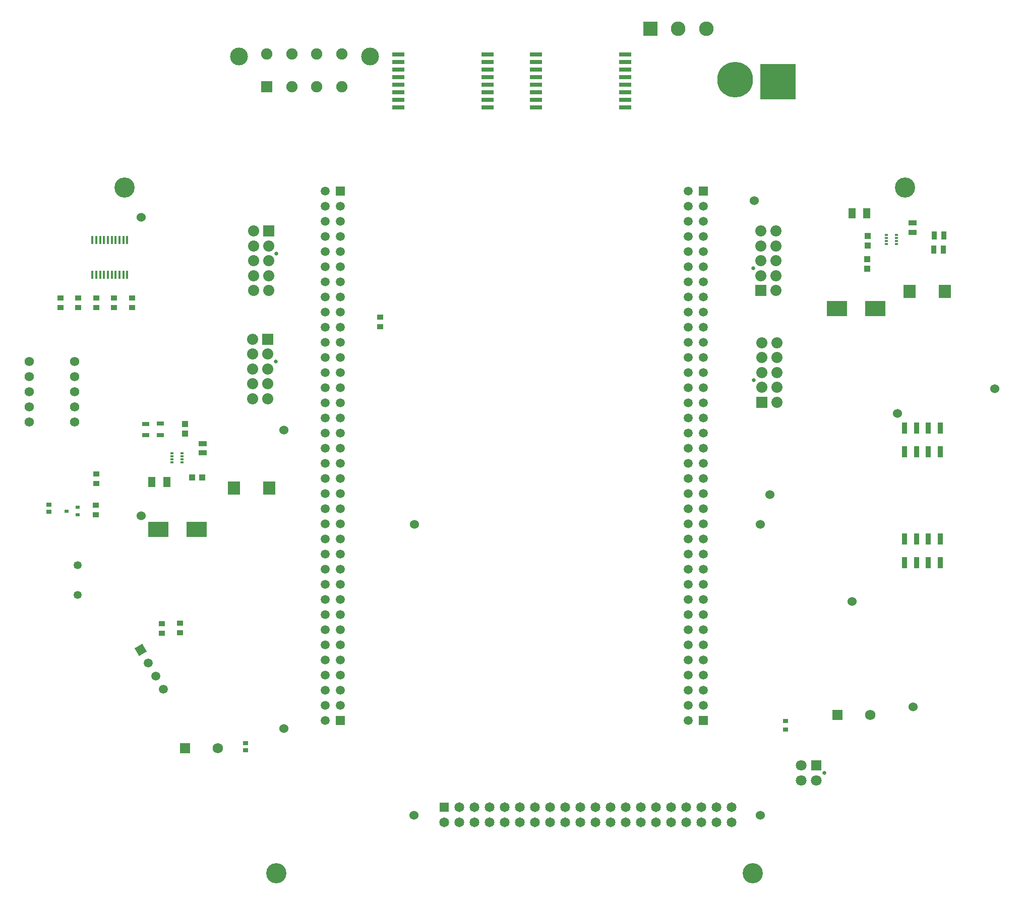
<source format=gbr>
%TF.GenerationSoftware,Altium Limited,Altium Designer,23.6.0 (18)*%
G04 Layer_Color=255*
%FSLAX45Y45*%
%MOMM*%
%TF.SameCoordinates,8B2A78E3-6762-467B-82E4-ABAB87B9FA14*%
%TF.FilePolarity,Positive*%
%TF.FileFunction,Pads,Bot*%
%TF.Part,Single*%
G01*
G75*
%TA.AperFunction,SMDPad,CuDef*%
%ADD11R,0.89000X1.91000*%
%ADD14R,1.13504X1.06213*%
%ADD15R,1.06213X1.13504*%
%ADD19R,1.00000X0.90000*%
%TA.AperFunction,ComponentPad*%
%ADD29C,1.52400*%
%ADD30C,1.65000*%
%ADD31R,1.65000X1.65000*%
%ADD32R,1.75000X1.75000*%
%ADD33C,1.75000*%
%ADD34R,6.00000X6.00000*%
%ADD35C,6.00000*%
%ADD36R,2.45000X2.45000*%
%ADD37C,2.45000*%
%ADD38C,0.67500*%
%ADD39C,1.87500*%
%ADD40R,1.87500X1.87500*%
%ADD41C,3.00000*%
%ADD42C,1.90000*%
%ADD43R,1.90000X1.90000*%
%ADD44C,1.80000*%
%ADD45R,1.80000X1.80000*%
%ADD46C,0.65000*%
%ADD47R,1.50800X1.50800*%
%ADD48C,1.50800*%
%ADD49C,1.35000*%
%ADD50C,1.57500*%
%ADD51C,1.50000*%
%ADD52P,2.12132X4X345.0*%
%TA.AperFunction,ViaPad*%
%ADD53C,1.52400*%
%ADD54C,3.40000*%
%TA.AperFunction,SMDPad,CuDef*%
%ADD57R,0.90000X0.65000*%
%ADD58R,3.50000X2.50000*%
%ADD59R,1.20443X1.70620*%
%ADD60R,2.00000X0.80000*%
%ADD61R,0.47500X0.30000*%
%ADD62R,0.45000X1.47500*%
%ADD63R,0.69500X0.54000*%
%ADD64R,0.90000X0.65000*%
%ADD65R,2.00000X2.20000*%
%ADD66R,2.00000X2.20000*%
%ADD67R,1.30000X0.70000*%
%ADD68R,1.35000X0.95000*%
%ADD69R,0.95000X1.35000*%
D11*
X10160000Y6092500D02*
D03*
Y6493500D02*
D03*
X10360000Y6092500D02*
D03*
Y6493500D02*
D03*
X10560000Y6092500D02*
D03*
Y6493500D02*
D03*
X10760000Y6092500D02*
D03*
Y6493500D02*
D03*
Y8353500D02*
D03*
Y7952500D02*
D03*
X10560000Y8353500D02*
D03*
Y7952500D02*
D03*
X10360000Y8353500D02*
D03*
Y7952500D02*
D03*
X10160000Y8353500D02*
D03*
Y7952500D02*
D03*
D14*
X-1638461Y7522500D02*
D03*
X-1801539D02*
D03*
D15*
X-1920000Y8424039D02*
D03*
Y8260961D02*
D03*
X9537500Y11415961D02*
D03*
Y11579039D02*
D03*
X9532500Y11030961D02*
D03*
Y11194039D02*
D03*
D19*
X-2312500Y5070000D02*
D03*
Y4910000D02*
D03*
X1355000Y10212500D02*
D03*
Y10052500D02*
D03*
X-3425000Y6900000D02*
D03*
Y7060000D02*
D03*
X-2815500Y10536200D02*
D03*
Y10376200D02*
D03*
X-3416500Y10536200D02*
D03*
Y10376200D02*
D03*
X-3717000Y10536200D02*
D03*
Y10376200D02*
D03*
X-4017500Y10536200D02*
D03*
Y10376200D02*
D03*
X-3116000D02*
D03*
Y10536200D02*
D03*
X-3412500Y7425000D02*
D03*
Y7585000D02*
D03*
X-2010000Y5075000D02*
D03*
Y4915000D02*
D03*
D29*
X1931500Y6738000D02*
D03*
X7735400D02*
D03*
Y1848500D02*
D03*
X1918800D02*
D03*
D30*
X7252800Y1734200D02*
D03*
Y1988200D02*
D03*
X6998800Y1734200D02*
D03*
Y1988200D02*
D03*
X6744800Y1734200D02*
D03*
Y1988200D02*
D03*
X6490800Y1734200D02*
D03*
X6236800D02*
D03*
Y1988200D02*
D03*
X5982800Y1734200D02*
D03*
Y1988200D02*
D03*
X5728800Y1734200D02*
D03*
Y1988200D02*
D03*
X5474800Y1734200D02*
D03*
Y1988200D02*
D03*
X5220800Y1734200D02*
D03*
Y1988200D02*
D03*
X4966800Y1734200D02*
D03*
Y1988200D02*
D03*
X4712800Y1734200D02*
D03*
Y1988200D02*
D03*
X4458800Y1734200D02*
D03*
Y1988200D02*
D03*
X4204800Y1734200D02*
D03*
Y1988200D02*
D03*
X3950800Y1734200D02*
D03*
Y1988200D02*
D03*
X3696800Y1734200D02*
D03*
Y1988200D02*
D03*
X3442800Y1734200D02*
D03*
Y1988200D02*
D03*
X3188800Y1734200D02*
D03*
Y1988200D02*
D03*
X2934800Y1734200D02*
D03*
Y1988200D02*
D03*
X2680800Y1734200D02*
D03*
Y1988200D02*
D03*
X2426800Y1734200D02*
D03*
X6490800Y1988200D02*
D03*
D31*
X2426800D02*
D03*
D32*
X9035000Y3540000D02*
D03*
X-1922500Y2975000D02*
D03*
D33*
X9585000Y3540000D02*
D03*
X-1372500Y2975000D02*
D03*
D34*
X8030000Y14172501D02*
D03*
D35*
X7310000Y14203000D02*
D03*
D36*
X5887500Y15062500D02*
D03*
D37*
X6357500D02*
D03*
X6827500D02*
D03*
D38*
X-402500Y9470000D02*
D03*
X-389200Y11287700D02*
D03*
X7631200Y9162100D02*
D03*
X7618500Y11037700D02*
D03*
D39*
X-786500Y8845000D02*
D03*
Y9095000D02*
D03*
Y9345000D02*
D03*
Y9595000D02*
D03*
Y9845000D02*
D03*
X-532500Y8845000D02*
D03*
Y9095000D02*
D03*
Y9345000D02*
D03*
Y9595000D02*
D03*
X-773200Y10662700D02*
D03*
Y10912700D02*
D03*
Y11162700D02*
D03*
Y11412700D02*
D03*
Y11662700D02*
D03*
X-519200Y10662700D02*
D03*
Y10912700D02*
D03*
Y11162700D02*
D03*
Y11412700D02*
D03*
X8015200Y9787100D02*
D03*
Y9537100D02*
D03*
Y9287100D02*
D03*
Y9037100D02*
D03*
Y8787100D02*
D03*
X7761200Y9787100D02*
D03*
Y9537100D02*
D03*
Y9287100D02*
D03*
Y9037100D02*
D03*
X7748500Y10912700D02*
D03*
Y11162700D02*
D03*
Y11412700D02*
D03*
Y11662700D02*
D03*
X8002500Y10662700D02*
D03*
Y10912700D02*
D03*
Y11162700D02*
D03*
Y11412700D02*
D03*
Y11662700D02*
D03*
D40*
X-532500Y9845000D02*
D03*
X-519200Y11662700D02*
D03*
X7761200Y8787100D02*
D03*
X7748500Y10662700D02*
D03*
D41*
X-1020000Y14594000D02*
D03*
X1180000D02*
D03*
D42*
X-130000Y14089999D02*
D03*
X710000D02*
D03*
X290000D02*
D03*
X-550000Y14639999D02*
D03*
X-130000D02*
D03*
X710000D02*
D03*
X290000D02*
D03*
D43*
X-550000Y14089999D02*
D03*
D44*
X8425000Y2440000D02*
D03*
X8675000D02*
D03*
X8425000Y2690000D02*
D03*
D45*
X8675000D02*
D03*
D46*
X8809000Y2565000D02*
D03*
D47*
X6777612Y3439272D02*
D03*
X681612Y3441273D02*
D03*
X6777612Y12329272D02*
D03*
X681612Y12331273D02*
D03*
D48*
X6523612Y3439272D02*
D03*
X6777612Y3693272D02*
D03*
X6523612D02*
D03*
X6777612Y3947272D02*
D03*
X6523612D02*
D03*
X6777612Y4201272D02*
D03*
X6523612D02*
D03*
X6777612Y4455272D02*
D03*
X6523612D02*
D03*
X6777612Y4709272D02*
D03*
X6523612D02*
D03*
X6777612Y4963272D02*
D03*
X6523612D02*
D03*
X6777612Y5217272D02*
D03*
X6523612D02*
D03*
X6777612Y5471272D02*
D03*
X6523612D02*
D03*
X6777612Y5725272D02*
D03*
X6523612D02*
D03*
X6777612Y5979272D02*
D03*
X6523612D02*
D03*
X6777612Y6233272D02*
D03*
X6523612D02*
D03*
X6777612Y6487272D02*
D03*
X6523612D02*
D03*
X6777612Y6741272D02*
D03*
X6523612D02*
D03*
X6777612Y6995272D02*
D03*
X6523612D02*
D03*
X6777612Y7249272D02*
D03*
X6523612D02*
D03*
X6777612Y7503272D02*
D03*
X6523612D02*
D03*
X6777612Y7757272D02*
D03*
X6523612D02*
D03*
X6777612Y8011272D02*
D03*
X6523612D02*
D03*
X6777612Y8265272D02*
D03*
X6523612D02*
D03*
X6777612Y8519272D02*
D03*
X6523612D02*
D03*
X6777612Y8773272D02*
D03*
X6523612D02*
D03*
X6777612Y9027272D02*
D03*
X6523612D02*
D03*
X6777612Y9281272D02*
D03*
X6523612D02*
D03*
X6777612Y9535272D02*
D03*
X6523612D02*
D03*
X6777612Y9789272D02*
D03*
X6523612D02*
D03*
X6777612Y10043272D02*
D03*
X6523612D02*
D03*
X6777612Y10297272D02*
D03*
X6523612D02*
D03*
X6777612Y10551272D02*
D03*
X6523612D02*
D03*
X6777612Y10805272D02*
D03*
X6523612D02*
D03*
X6777612Y11059272D02*
D03*
X6523612D02*
D03*
X6777612Y11313272D02*
D03*
X6523612D02*
D03*
X6777612Y11567272D02*
D03*
X6523612D02*
D03*
X6777612Y11821272D02*
D03*
X6523612D02*
D03*
X6777612Y12075272D02*
D03*
X6523612D02*
D03*
X427612Y3441273D02*
D03*
X6523612Y12329272D02*
D03*
X681612Y3695273D02*
D03*
X427612D02*
D03*
X681612Y3949273D02*
D03*
X427612D02*
D03*
X681612Y4203273D02*
D03*
X427612D02*
D03*
X681612Y4457273D02*
D03*
X427612D02*
D03*
X681612Y4711273D02*
D03*
X427612D02*
D03*
X681612Y4965273D02*
D03*
X427612D02*
D03*
X681612Y5219273D02*
D03*
X427612D02*
D03*
X681612Y5473273D02*
D03*
X427612D02*
D03*
X681612Y5727273D02*
D03*
X427612D02*
D03*
X681612Y5981273D02*
D03*
X427612D02*
D03*
X681612Y6235273D02*
D03*
X427612D02*
D03*
X681612Y6489273D02*
D03*
X427612D02*
D03*
X681612Y6743273D02*
D03*
X427612D02*
D03*
X681612Y6997273D02*
D03*
X427612D02*
D03*
X681612Y7251273D02*
D03*
X427612D02*
D03*
X681612Y7505273D02*
D03*
X427612D02*
D03*
X681612Y7759273D02*
D03*
X427612D02*
D03*
X681612Y8013273D02*
D03*
X427612D02*
D03*
X681612Y8267273D02*
D03*
X427612D02*
D03*
X681612Y8521273D02*
D03*
X427612D02*
D03*
X681612Y8775273D02*
D03*
X427612D02*
D03*
X681612Y9029273D02*
D03*
X427612D02*
D03*
X681612Y9283273D02*
D03*
X427612D02*
D03*
X681612Y9537273D02*
D03*
X427612D02*
D03*
X681612Y9791273D02*
D03*
X427612D02*
D03*
X681612Y10045273D02*
D03*
X427612D02*
D03*
X681612Y10299273D02*
D03*
X427612D02*
D03*
X681612Y10553273D02*
D03*
X427612D02*
D03*
X681612Y10807273D02*
D03*
X427612D02*
D03*
X681612Y11061273D02*
D03*
X427612D02*
D03*
X681612Y11315273D02*
D03*
X427612D02*
D03*
X681612Y11569273D02*
D03*
X427612D02*
D03*
X681612Y11823273D02*
D03*
X427612D02*
D03*
X681612Y12077273D02*
D03*
X427612D02*
D03*
Y12331273D02*
D03*
D49*
X-3725000Y5555000D02*
D03*
Y6055000D02*
D03*
D50*
X-3780500Y9469500D02*
D03*
Y9215500D02*
D03*
Y8961500D02*
D03*
Y8707500D02*
D03*
Y8453500D02*
D03*
X-4542500D02*
D03*
Y8707500D02*
D03*
Y8961500D02*
D03*
Y9215500D02*
D03*
Y9469500D02*
D03*
D51*
X-2284900Y3965330D02*
D03*
X-2411900Y4185300D02*
D03*
X-2538900Y4405271D02*
D03*
D52*
X-2665900Y4625241D02*
D03*
D53*
X11677500Y9017503D02*
D03*
X9277500Y5444998D02*
D03*
X-2662501Y11889999D02*
D03*
X-267500Y8319998D02*
D03*
X-260002Y3310001D02*
D03*
X-2662501Y6880001D02*
D03*
X7897498Y7240001D02*
D03*
X10300003Y3672499D02*
D03*
X10039998Y8602502D02*
D03*
X7634999Y12172498D02*
D03*
D54*
X10163213Y12393412D02*
D03*
X7610000Y876594D02*
D03*
X-2943217Y12393412D02*
D03*
X-389999Y876594D02*
D03*
D57*
X8160000Y3432500D02*
D03*
Y3287500D02*
D03*
D58*
X9020000Y10360000D02*
D03*
X9670000D02*
D03*
X-2375000Y6655000D02*
D03*
X-1725000D02*
D03*
D59*
X-2229911Y7447500D02*
D03*
X-2480089D02*
D03*
X9525089Y11962500D02*
D03*
X9274912D02*
D03*
D60*
X3157300Y13997000D02*
D03*
Y14124001D02*
D03*
Y14250999D02*
D03*
Y14378000D02*
D03*
Y14505000D02*
D03*
Y14632001D02*
D03*
X1657300D02*
D03*
Y14505000D02*
D03*
Y14378000D02*
D03*
Y14250999D02*
D03*
Y14124001D02*
D03*
Y13870000D02*
D03*
X3157300Y13742999D02*
D03*
Y13870000D02*
D03*
X1657300Y13742999D02*
D03*
Y13997000D02*
D03*
X5470000D02*
D03*
Y14124001D02*
D03*
Y14250999D02*
D03*
Y14378000D02*
D03*
Y14505000D02*
D03*
Y14632001D02*
D03*
X3970000D02*
D03*
Y14505000D02*
D03*
Y14378000D02*
D03*
Y14250999D02*
D03*
Y14124001D02*
D03*
Y13870000D02*
D03*
X5470000Y13742999D02*
D03*
Y13870000D02*
D03*
X3970000Y13742999D02*
D03*
Y13997000D02*
D03*
D61*
X10023800Y11545000D02*
D03*
Y11495000D02*
D03*
Y11595000D02*
D03*
Y11445000D02*
D03*
X9856200Y11545000D02*
D03*
Y11595000D02*
D03*
Y11445000D02*
D03*
Y11495000D02*
D03*
X-2143800Y7777500D02*
D03*
Y7827500D02*
D03*
Y7877500D02*
D03*
Y7927500D02*
D03*
X-1976200D02*
D03*
Y7877500D02*
D03*
Y7827500D02*
D03*
Y7777500D02*
D03*
D62*
X-2895000Y10927400D02*
D03*
X-2960000D02*
D03*
X-3025000D02*
D03*
X-3090000D02*
D03*
X-3155000D02*
D03*
X-3220000D02*
D03*
X-3285000D02*
D03*
X-3350000D02*
D03*
X-3415000D02*
D03*
X-3480000D02*
D03*
Y11515000D02*
D03*
X-3415000D02*
D03*
X-3350000D02*
D03*
X-3285000D02*
D03*
X-3220000D02*
D03*
X-3155000D02*
D03*
X-3090000D02*
D03*
X-3025000D02*
D03*
X-2960000D02*
D03*
X-2895000D02*
D03*
D63*
X-3917200Y6960000D02*
D03*
X-3722800Y6895000D02*
D03*
Y7025000D02*
D03*
D64*
X-4207500Y7067500D02*
D03*
Y6952500D02*
D03*
X-910000Y3062500D02*
D03*
Y2947500D02*
D03*
D65*
X10835000Y10647500D02*
D03*
X10245000D02*
D03*
D66*
X-512500Y7347500D02*
D03*
X-1102500D02*
D03*
D67*
X-2334999Y8427501D02*
D03*
Y8237499D02*
D03*
X-2585001Y8425002D02*
D03*
Y8235000D02*
D03*
D68*
X10292499Y11802501D02*
D03*
Y11642501D02*
D03*
X-1624998Y7935000D02*
D03*
Y8095000D02*
D03*
D69*
X10653301Y11352001D02*
D03*
X10813301D02*
D03*
X10657502Y11589999D02*
D03*
X10817502D02*
D03*
%TF.MD5,cbf353d91d2a1816414577f78669159d*%
M02*

</source>
